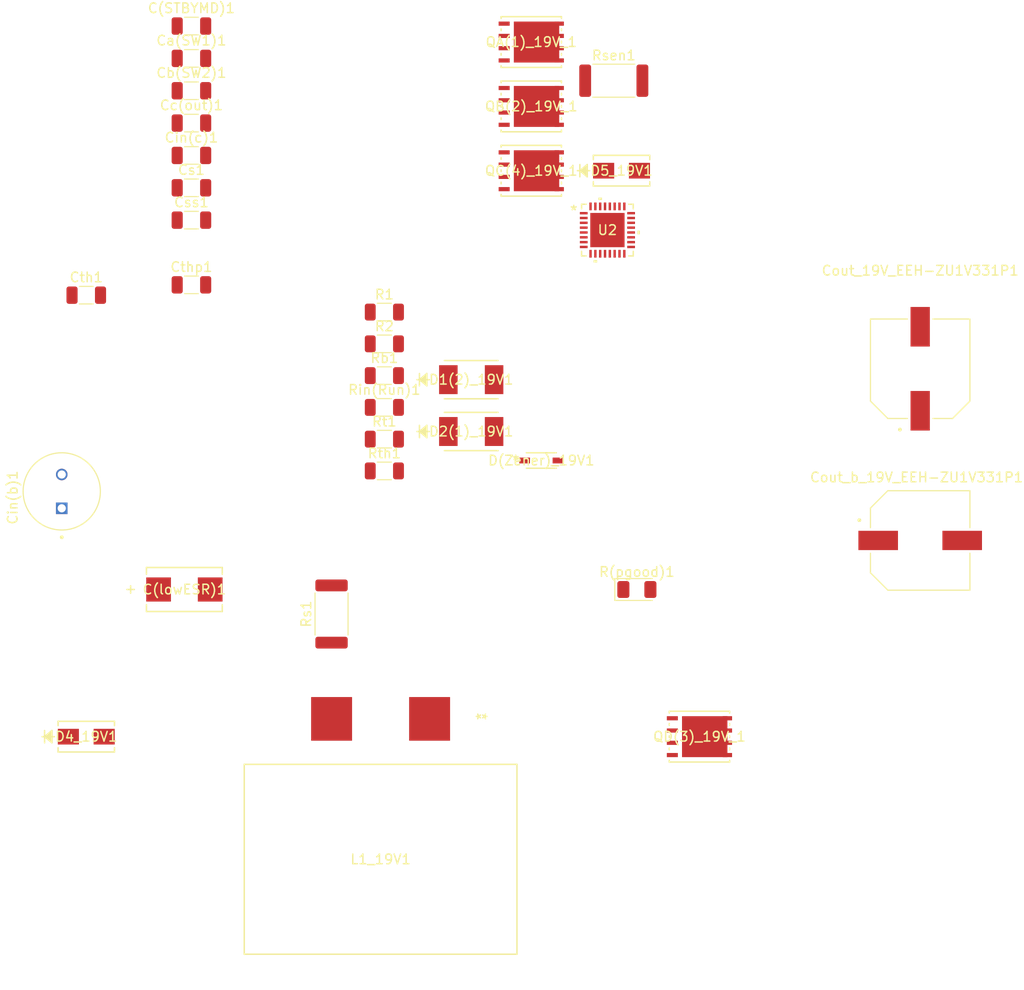
<source format=kicad_pcb>
(kicad_pcb (version 20221018) (generator pcbnew)
  (layers (0 "F.Cu" signal) (31 "B.Cu" signal) (34 "B.Paste" user) (35 "F.Paste" user) (36 "B.SilkS" user "B.Silkscreen") (37 "F.SilkS" user "F.Silkscreen") (38 "B.Mask" user) (39 "F.Mask" user) (44 "Edge.Cuts" user))
  (net 0 "")
  (net 1 "/INTVCC")
  (net 2 "GND")
  (net 3 "/STBYMD")
  (net 4 "/BOOST1")
  (net 5 "/SW1")
  (net 6 "/BOOST2")
  (net 7 "/Vout")
  (net 8 "/Vin")
  (net 9 "/SENSE-")
  (net 10 "/SENSE+")
  (net 11 "/SS")
  (net 12 "Net-(Cth1-Pad1)")
  (net 13 "/ITH")
  (net 14 "/Run")
  (net 15 "/Rsense")
  (net 16 "/TG2")
  (net 17 "/BG2")
  (net 18 "/BG1")
  (net 19 "/TG1")
  (net 20 "/PGOOD")
  (net 21 "/VOSENSE")
  (footprint "Mechatronic Footprints:CR_SMA_320-340AE_DIO" (layer "F.Cu") (at 114.3 127)
    (fp_text reference "D4_19V1" (at 0 0 unlocked) (layer "F.SilkS"))
    (fp_text value "D_Schottky_B340AE-13")
    (fp_line (start -4.318 -0.635) (end -4.318 0.635) (stroke (width 0.1524)) (layer "F.SilkS"))
    (fp_line (start -4.318 0) (end -3.556 -0.635) (stroke (width 0.1524)) (layer "F.SilkS"))
    (fp_line (start -4.318 0) (end -3.556 -0.508) (stroke (width 0.1524)) (layer "F.SilkS"))
    (fp_line (start -4.318 0) (end -3.556 -0.381) (stroke (width 0.1524)) (layer "F.SilkS"))
    (fp_line (start -4.318 0) (end -3.556 -0.254) (stroke (width 0.1524)) (layer "F.SilkS"))
    (fp_line (start -4.318 0) (end -3.556 -0.127) (stroke (width 0.1524)) (layer "F.SilkS"))
    (fp_line (start -4.318 0) (end -3.556 0.127) (stroke (width 0.1524)) (layer "F.SilkS"))
    (fp_line (start -4.318 0) (end -3.556 0.254) (stroke (width 0.1524)) (layer "F.SilkS"))
    (fp_line (start -4.318 0) (end -3.556 0.381) (stroke (width 0.1524)) (layer "F.SilkS"))
    (fp_line (start -4.318 0) (end -3.556 0.508) (stroke (width 0.1524)) (layer "F.SilkS"))
    (fp_line (start -4.318 0) (end -3.556 0.635) (stroke (width 0.1524)) (layer "F.SilkS"))
    (fp_line (start -3.556 -0.635) (end -3.556 0.635) (stroke (width 0.1524)) (layer "F.SilkS"))
    (fp_line (start -3.302 0) (end -4.572 0) (stroke (width 0.1524)) (layer "F.SilkS"))
    (fp_line (start -2.921 -1.5875) (end -2.921 -1.14554) (stroke (width 0.1524)) (layer "F.SilkS"))
    (fp_line (start -2.921 1.14554) (end -2.921 1.5875) (stroke (width 0.1524)) (layer "F.SilkS"))
    (fp_line (start -2.921 1.5875) (end 2.921 1.5875) (stroke (width 0.1524)) (layer "F.SilkS"))
    (fp_line (start 2.921 -1.5875) (end -2.921 -1.5875) (stroke (width 0.1524)) (layer "F.SilkS"))
    (fp_line (start 2.921 -1.14554) (end 2.921 -1.5875) (stroke (width 0.1524)) (layer "F.SilkS"))
    (fp_line (start 2.921 1.5875) (end 2.921 1.14554) (stroke (width 0.1524)) (layer "F.SilkS"))
    (pad "1" smd rect (at -1.8542 0 90) (size 1.6256 2.1844) (layers "F.Cu" "F.Paste" "F.Mask") (net 4 "/BOOST1"))
    (pad "2" smd rect (at 1.8542 0 90) (size 1.6256 2.1844) (layers "F.Cu" "F.Paste" "F.Mask") (net 1 "/INTVCC"))
  )
  (footprint "Resistor_SMD:R_1206_3216Metric" (layer "F.Cu") (at 145.17 89.61)
    (fp_text reference "Rb1" (at 0 -1.82) (layer "F.SilkS"))
    (fp_text value "4.3K")
    (fp_line (start -0.727064 -0.91) (end 0.727064 -0.91) (stroke (width 0.12)) (layer "F.SilkS"))
    (fp_line (start -0.727064 0.91) (end 0.727064 0.91) (stroke (width 0.12)) (layer "F.SilkS"))
    (pad "1" smd roundrect (at -1.4625 0) (size 1.125 1.75) (layers "F.Cu" "F.Paste" "F.Mask") (roundrect_rratio 0.222222) (net 21 "/VOSENSE"))
    (pad "2" smd roundrect (at 1.4625 0) (size 1.125 1.75) (layers "F.Cu" "F.Paste" "F.Mask") (roundrect_rratio 0.222222) (net 2 "GND"))
  )
  (footprint "CAP EEHZU1V331P:CAP_EEHZU1V331P" (layer "F.Cu") (at 200.66 88.9 90)
    (fp_text reference "Cout_19V_EEH-ZU1V331P1" (at 10.16 0 180) (layer "F.SilkS"))
    (fp_text value "330u")
    (fp_line (start -5.15 -3.35) (end -5.15 -1.32) (stroke (width 0.127)) (layer "F.SilkS"))
    (fp_line (start -5.15 1.32) (end -5.15 3.35) (stroke (width 0.127)) (layer "F.SilkS"))
    (fp_line (start -5.15 3.35) (end -3.35 5.15) (stroke (width 0.127)) (layer "F.SilkS"))
    (fp_line (start -3.35 -5.15) (end -5.15 -3.35) (stroke (width 0.127)) (layer "F.SilkS"))
    (fp_line (start -3.35 5.15) (end 5.15 5.15) (stroke (width 0.127)) (layer "F.SilkS"))
    (fp_line (start 5.15 -5.15) (end -3.35 -5.15) (stroke (width 0.127)) (layer "F.SilkS"))
    (fp_line (start 5.15 -1.32) (end 5.15 -5.15) (stroke (width 0.127)) (layer "F.SilkS"))
    (fp_line (start 5.15 5.15) (end 5.15 1.32) (stroke (width 0.127)) (layer "F.SilkS"))
    (fp_circle (center -6.3 -2.1) (end -6.2 -2.1) (stroke (width 0.2)) (fill none) (layer "F.SilkS"))
    (pad "1" smd rect (at -4.35 0 90) (size 4.1 2) (layers "F.Cu" "F.Paste" "F.Mask") (net 7 "/Vout"))
    (pad "2" smd rect (at 4.35 0 90) (size 4.1 2) (layers "F.Cu" "F.Paste" "F.Mask") (net 2 "GND"))
  )
  (footprint "LED_SMD:LED_1206_3216Metric" (layer "F.Cu") (at 171.32 111.76)
    (fp_text reference "R(pgood)1" (at 0 -1.82) (layer "F.SilkS"))
    (fp_text value "100k")
    (fp_line (start -2.285 -1.135) (end -2.285 1.135) (stroke (width 0.12)) (layer "F.SilkS"))
    (fp_line (start -2.285 1.135) (end 1.6 1.135) (stroke (width 0.12)) (layer "F.SilkS"))
    (fp_line (start 1.6 -1.135) (end -2.285 -1.135) (stroke (width 0.12)) (layer "F.SilkS"))
    (pad "1" smd roundrect (at -1.4 0) (size 1.25 1.75) (layers "F.Cu" "F.Paste" "F.Mask") (roundrect_rratio 0.2) (net 1 "/INTVCC"))
    (pad "2" smd roundrect (at 1.4 0) (size 1.25 1.75) (layers "F.Cu" "F.Paste" "F.Mask") (roundrect_rratio 0.2) (net 20 "/PGOOD"))
  )
  (footprint "Capacitor_SMD:C_1206_3216Metric" (layer "F.Cu") (at 114.3 81.28)
    (fp_text reference "Cth1" (at 0 -1.85) (layer "F.SilkS"))
    (fp_text value "10000p")
    (fp_line (start -0.711252 -0.91) (end 0.711252 -0.91) (stroke (width 0.12)) (layer "F.SilkS"))
    (fp_line (start -0.711252 0.91) (end 0.711252 0.91) (stroke (width 0.12)) (layer "F.SilkS"))
    (pad "1" smd roundrect (at -1.475 0) (size 1.15 1.8) (layers "F.Cu" "F.Paste" "F.Mask") (roundrect_rratio 0.217391) (net 12 "Net-(Cth1-Pad1)"))
    (pad "2" smd roundrect (at 1.475 0) (size 1.15 1.8) (layers "F.Cu" "F.Paste" "F.Mask") (roundrect_rratio 0.217391) (net 2 "GND"))
  )
  (footprint "Resistor_SMD:R_1206_3216Metric" (layer "F.Cu") (at 145.17 99.48)
    (fp_text reference "Rth1" (at 0 -1.82) (layer "F.SilkS"))
    (fp_text value "124K")
    (fp_line (start -0.727064 -0.91) (end 0.727064 -0.91) (stroke (width 0.12)) (layer "F.SilkS"))
    (fp_line (start -0.727064 0.91) (end 0.727064 0.91) (stroke (width 0.12)) (layer "F.SilkS"))
    (pad "1" smd roundrect (at -1.4625 0) (size 1.125 1.75) (layers "F.Cu" "F.Paste" "F.Mask") (roundrect_rratio 0.222222) (net 12 "Net-(Cth1-Pad1)"))
    (pad "2" smd roundrect (at 1.4625 0) (size 1.125 1.75) (layers "F.Cu" "F.Paste" "F.Mask") (roundrect_rratio 0.222222) (net 13 "/ITH"))
  )
  (footprint "Mechatronic Footprints:CR_SMA_320-340AE_DIO" (layer "F.Cu") (at 169.7332 68.3871)
    (fp_text reference "D5_19V1" (at 0 0 unlocked) (layer "F.SilkS"))
    (fp_text value "D_Schottky_B340AE-13")
    (fp_line (start -4.318 -0.635) (end -4.318 0.635) (stroke (width 0.1524)) (layer "F.SilkS"))
    (fp_line (start -4.318 0) (end -3.556 -0.635) (stroke (width 0.1524)) (layer "F.SilkS"))
    (fp_line (start -4.318 0) (end -3.556 -0.508) (stroke (width 0.1524)) (layer "F.SilkS"))
    (fp_line (start -4.318 0) (end -3.556 -0.381) (stroke (width 0.1524)) (layer "F.SilkS"))
    (fp_line (start -4.318 0) (end -3.556 -0.254) (stroke (width 0.1524)) (layer "F.SilkS"))
    (fp_line (start -4.318 0) (end -3.556 -0.127) (stroke (width 0.1524)) (layer "F.SilkS"))
    (fp_line (start -4.318 0) (end -3.556 0.127) (stroke (width 0.1524)) (layer "F.SilkS"))
    (fp_line (start -4.318 0) (end -3.556 0.254) (stroke (width 0.1524)) (layer "F.SilkS"))
    (fp_line (start -4.318 0) (end -3.556 0.381) (stroke (width 0.1524)) (layer "F.SilkS"))
    (fp_line (start -4.318 0) (end -3.556 0.508) (stroke (width 0.1524)) (layer "F.SilkS"))
    (fp_line (start -4.318 0) (end -3.556 0.635) (stroke (width 0.1524)) (layer "F.SilkS"))
    (fp_line (start -3.556 -0.635) (end -3.556 0.635) (stroke (width 0.1524)) (layer "F.SilkS"))
    (fp_line (start -3.302 0) (end -4.572 0) (stroke (width 0.1524)) (layer "F.SilkS"))
    (fp_line (start -2.921 -1.5875) (end -2.921 -1.14554) (stroke (width 0.1524)) (layer "F.SilkS"))
    (fp_line (start -2.921 1.14554) (end -2.921 1.5875) (stroke (width 0.1524)) (layer "F.SilkS"))
    (fp_line (start -2.921 1.5875) (end 2.921 1.5875) (stroke (width 0.1524)) (layer "F.SilkS"))
    (fp_line (start 2.921 -1.5875) (end -2.921 -1.5875) (stroke (width 0.1524)) (layer "F.SilkS"))
    (fp_line (start 2.921 -1.14554) (end 2.921 -1.5875) (stroke (width 0.1524)) (layer "F.SilkS"))
    (fp_line (start 2.921 1.5875) (end 2.921 1.14554) (stroke (width 0.1524)) (layer "F.SilkS"))
    (pad "1" smd rect (at -1.8542 0 90) (size 1.6256 2.1844) (layers "F.Cu" "F.Paste" "F.Mask") (net 6 "/BOOST2"))
    (pad "2" smd rect (at 1.8542 0 90) (size 1.6256 2.1844) (layers "F.Cu" "F.Paste" "F.Mask") (net 1 "/INTVCC"))
  )
  (footprint "Mechatronic Footprints:IND_410680_WRE" (layer "F.Cu") (at 144.78 139.7 -90)
    (fp_text reference "L1_19V1" (at 0 0 unlocked) (layer "F.SilkS"))
    (fp_text value "6.8u Wurth 74436410680")
    (fp_text user "*" (at -14.7955 -10.4598 -90 unlocked) (layer "F.SilkS"))
    (fp_text user "*" (at -14.7955 -10.4598 90) (layer "F.SilkS"))
    (fp_line (start -9.8298 -14.1224) (end -9.8298 14.1224) (stroke (width 0.1524)) (layer "F.SilkS"))
    (fp_line (start -9.8298 14.1224) (end 9.8298 14.1224) (stroke (width 0.1524)) (layer "F.SilkS"))
    (fp_line (start 9.8298 -14.1224) (end -9.8298 -14.1224) (stroke (width 0.1524)) (layer "F.SilkS"))
    (fp_line (start 9.8298 14.1224) (end 9.8298 -14.1224) (stroke (width 0.1524)) (layer "F.SilkS"))
    (pad "1" smd rect (at -14.5415 -5.074999 270) (size 4.5212 4.2418) (layers "F.Cu" "F.Paste" "F.Mask") (net 6 "/BOOST2"))
    (pad "2" smd rect (at -14.5415 5.074999 270) (size 4.5212 4.2418) (layers "F.Cu" "F.Paste" "F.Mask") (net 5 "/SW1"))
  )
  (footprint "Resistor_SMD:R_1206_3216Metric" (layer "F.Cu") (at 145.17 83.03)
    (fp_text reference "R1" (at 0 -1.82) (layer "F.SilkS"))
    (fp_text value "100")
    (fp_line (start -0.727064 -0.91) (end 0.727064 -0.91) (stroke (width 0.12)) (layer "F.SilkS"))
    (fp_line (start -0.727064 0.91) (end 0.727064 0.91) (stroke (width 0.12)) (layer "F.SilkS"))
    (pad "1" smd roundrect (at -1.4625 0) (size 1.125 1.75) (layers "F.Cu" "F.Paste" "F.Mask") (roundrect_rratio 0.222222) (net 15 "/Rsense"))
    (pad "2" smd roundrect (at 1.4625 0) (size 1.125 1.75) (layers "F.Cu" "F.Paste" "F.Mask") (roundrect_rratio 0.222222) (net 10 "/SENSE+"))
  )
  (footprint "Mechatronic Footprints:PG-TDSON-8_INF_modified_ken" (layer "F.Cu") (at 160.3834 68.3955)
    (fp_text reference "QC(4)_19V_1" (at 0 0 unlocked) (layer "F.SilkS"))
    (fp_text value "BSC009NE2LS5IATMA1")
    (fp_line (start -3.1242 -2.6289) (end -3.1242 -2.45364) (stroke (width 0.1524)) (layer "F.SilkS"))
    (fp_line (start -3.1242 -1.35636) (end -3.1242 -1.18364) (stroke (width 0.1524)) (layer "F.SilkS"))
    (fp_line (start -3.1242 -0.08636) (end -3.1242 0.08636) (stroke (width 0.1524)) (layer "F.SilkS"))
    (fp_line (start -3.1242 1.18364) (end -3.1242 1.35636) (stroke (width 0.1524)) (layer "F.SilkS"))
    (fp_line (start -3.1242 2.45364) (end -3.1242 2.6289) (stroke (width 0.1524)) (layer "F.SilkS"))
    (fp_line (start -3.1242 2.6289) (end 3.1242 2.6289) (stroke (width 0.1524)) (layer "F.SilkS"))
    (fp_line (start 3.1242 -2.6289) (end -3.1242 -2.6289) (stroke (width 0.1524)) (layer "F.SilkS"))
    (fp_line (start 3.1242 -2.45364) (end 3.1242 -2.6289) (stroke (width 0.1524)) (layer "F.SilkS"))
    (fp_line (start 3.1242 -1.18364) (end 3.1242 -1.35636) (stroke (width 0.1524)) (layer "F.SilkS"))
    (fp_line (start 3.1242 0.08636) (end 3.1242 -0.08636) (stroke (width 0.1524)) (layer "F.SilkS"))
    (fp_line (start 3.1242 1.35636) (end 3.1242 1.18364) (stroke (width 0.1524)) (layer "F.SilkS"))
    (fp_line (start 3.1242 2.6289) (end 3.1242 2.45364) (stroke (width 0.1524)) (layer "F.SilkS"))
    (pad "1" smd rect (at -2.8067 -1.905) (size 1.143 0.4318) (layers "F.Cu" "F.Paste" "F.Mask") (net 15 "/Rsense"))
    (pad "2" smd rect (at -2.8067 -0.635) (size 1.143 0.4318) (layers "F.Cu" "F.Paste" "F.Mask") (net 15 "/Rsense"))
    (pad "3" smd rect (at -2.8067 0.635) (size 1.143 0.4318) (layers "F.Cu" "F.Paste" "F.Mask") (net 15 "/Rsense"))
    (pad "4" smd rect (at -2.8067 1.905) (size 1.143 0.4318) (layers "F.Cu" "F.Paste" "F.Mask") (net 18 "/BG1"))
    (pad "5" smd rect (at 2.8956 1.905) (size 0.9652 0.4318) (layers "F.Cu" "F.Paste" "F.Mask") (net 5 "/SW1"))
    (pad "6" smd rect (at 2.8956 0.635) (size 0.9652 0.4318) (layers "F.Cu" "F.Paste" "F.Mask") (net 5 "/SW1"))
    (pad "7" smd rect (at 2.8956 -0.635) (size 0.9652 0.4318) (layers "F.Cu" "F.Paste" "F.Mask") (net 5 "/SW1"))
    (pad "8" smd rect (at 0.5453 0) (size 4.7006 4.2418) (layers "F.Cu" "F.Paste" "F.Mask") (net 5 "/SW1"))
    (pad "8" smd rect (at 2.8956 -1.905) (size 0.9652 0.4318) (layers "F.Cu" "F.Paste" "F.Mask") (net 5 "/SW1"))
  )
  (footprint "Capacitor_SMD:C_1206_3216Metric" (layer "F.Cu") (at 125.19 56.76)
    (fp_text reference "Ca(SW1)1" (at 0 -1.85) (layer "F.SilkS"))
    (fp_text value "0.22u")
    (fp_line (start -0.711252 -0.91) (end 0.711252 -0.91) (stroke (width 0.12)) (layer "F.SilkS"))
    (fp_line (start -0.711252 0.91) (end 0.711252 0.91) (stroke (width 0.12)) (layer "F.SilkS"))
    (pad "1" smd roundrect (at -1.475 0) (size 1.15 1.8) (layers "F.Cu" "F.Paste" "F.Mask") (roundrect_rratio 0.217391) (net 4 "/BOOST1"))
    (pad "2" smd roundrect (at 1.475 0) (size 1.15 1.8) (layers "F.Cu" "F.Paste" "F.Mask") (roundrect_rratio 0.217391) (net 5 "/SW1"))
  )
  (footprint "Mechatronic Footprints:PG-TDSON-8_INF_modified_ken" (layer "F.Cu") (at 160.3834 55.0671)
    (fp_text reference "QA(1)_19V_1" (at 0 0 unlocked) (layer "F.SilkS"))
    (fp_text value "BSC009NE2LS5IATMA1")
    (fp_line (start -3.1242 -2.6289) (end -3.1242 -2.45364) (stroke (width 0.1524)) (layer "F.SilkS"))
    (fp_line (start -3.1242 -1.35636) (end -3.1242 -1.18364) (stroke (width 0.1524)) (layer "F.SilkS"))
    (fp_line (start -3.1242 -0.08636) (end -3.1242 0.08636) (stroke (width 0.1524)) (layer "F.SilkS"))
    (fp_line (start -3.1242 1.18364) (end -3.1242 1.35636) (stroke (width 0.1524)) (layer "F.SilkS"))
    (fp_line (start -3.1242 2.45364) (end -3.1242 2.6289) (stroke (width 0.1524)) (layer "F.SilkS"))
    (fp_line (start -3.1242 2.6289) (end 3.1242 2.6289) (stroke (width 0.1524)) (layer "F.SilkS"))
    (fp_line (start 3.1242 -2.6289) (end -3.1242 -2.6289) (stroke (width 0.1524)) (layer "F.SilkS"))
    (fp_line (start 3.1242 -2.45364) (end 3.1242 -2.6289) (stroke (width 0.1524)) (layer "F.SilkS"))
    (fp_line (start 3.1242 -1.18364) (end 3.1242 -1.35636) (stroke (width 0.1524)) (layer "F.SilkS"))
    (fp_line (start 3.1242 0.08636) (end 3.1242 -0.08636) (stroke (width 0.1524)) (layer "F.SilkS"))
    (fp_line (start 3.1242 1.35636) (end 3.1242 1.18364) (stroke (width 0.1524)) (layer "F.SilkS"))
    (fp_line (start 3.1242 2.6289) (end 3.1242 2.45364) (stroke (width 0.1524)) (layer "F.SilkS"))
    (pad "1" smd rect (at -2.8067 -1.905) (size 1.143 0.4318) (layers "F.Cu" "F.Paste" "F.Mask") (net 6 "/BOOST2"))
    (pad "2" smd rect (at -2.8067 -0.635) (size 1.143 0.4318) (layers "F.Cu" "F.Paste" "F.Mask") (net 6 "/BOOST2"))
    (pad "3" smd rect (at -2.8067 0.635) (size 1.143 0.4318) (layers "F.Cu" "F.Paste" "F.Mask") (net 6 "/BOOST2"))
    (pad "4" smd rect (at -2.8067 1.905) (size 1.143 0.4318) (layers "F.Cu" "F.Paste" "F.Mask") (net 16 "/TG2"))
    (pad "5" smd rect (at 2.8956 1.905) (size 0.9652 0.4318) (layers "F.Cu" "F.Paste" "F.Mask") (net 8 "/Vin"))
    (pad "6" smd rect (at 2.8956 0.635) (size 0.9652 0.4318) (layers "F.Cu" "F.Paste" "F.Mask") (net 8 "/Vin"))
    (pad "7" smd rect (at 2.8956 -0.635) (size 0.9652 0.4318) (layers "F.Cu" "F.Paste" "F.Mask") (net 8 "/Vin"))
    (pad "8" smd rect (at 0.5453 0) (size 4.7006 4.2418) (layers "F.Cu" "F.Paste" "F.Mask") (net 8 "/Vin"))
    (pad "8" smd rect (at 2.8956 -1.905) (size 0.9652 0.4318) (layers "F.Cu" "F.Paste" "F.Mask") (net 8 "/Vin"))
  )
  (footprint "Capacitor_SMD:C_1206_3216Metric" (layer "F.Cu") (at 125.19 80.21)
    (fp_text reference "Cthp1" (at 0 -1.85) (layer "F.SilkS"))
    (fp_text value "47p")
    (fp_line (start -0.711252 -0.91) (end 0.711252 -0.91) (stroke (width 0.12)) (layer "F.SilkS"))
    (fp_line (start -0.711252 0.91) (end 0.711252 0.91) (stroke (width 0.12)) (layer "F.SilkS"))
    (pad "1" smd roundrect (at -1.475 0) (size 1.15 1.8) (layers "F.Cu" "F.Paste" "F.Mask") (roundrect_rratio 0.217391) (net 13 "/ITH"))
    (pad "2" smd roundrect (at 1.475 0) (size 1.15 1.8) (layers "F.Cu" "F.Paste" "F.Mask") (roundrect_rratio 0.217391) (net 2 "GND"))
  )
  (footprint "footprints:SD2114_AVX" (layer "F.Cu") (at 154.1646 90.0294)
    (fp_text reference "D1(2)_19V1" (at 0 0 unlocked) (layer "F.SilkS"))
    (fp_text value "SD2114S040S8R0")
    (fp_line (start -5.3594 -0.635) (end -5.3594 0.635) (stroke (width 0.1524)) (layer "F.SilkS"))
    (fp_line (start -5.3594 0) (end -4.5974 -0.635) (stroke (width 0.1524)) (layer "F.SilkS"))
    (fp_line (start -5.3594 0) (end -4.5974 -0.508) (stroke (width 0.1524)) (layer "F.SilkS"))
    (fp_line (start -5.3594 0) (end -4.5974 -0.381) (stroke (width 0.1524)) (layer "F.SilkS"))
    (fp_line (start -5.3594 0) (end -4.5974 -0.254) (stroke (width 0.1524)) (layer "F.SilkS"))
    (fp_line (start -5.3594 0) (end -4.5974 -0.127) (stroke (width 0.1524)) (layer "F.SilkS"))
    (fp_line (start -5.3594 0) (end -4.5974 0.127) (stroke (width 0.1524)) (layer "F.SilkS"))
    (fp_line (start -5.3594 0) (end -4.5974 0.254) (stroke (width 0.1524)) (layer "F.SilkS"))
    (fp_line (start -5.3594 0) (end -4.5974 0.381) (stroke (width 0.1524)) (layer "F.SilkS"))
    (fp_line (start -5.3594 0) (end -4.5974 0.508) (stroke (width 0.1524)) (layer "F.SilkS"))
    (fp_line (start -5.3594 0) (end -4.5974 0.635) (stroke (width 0.1524)) (layer "F.SilkS"))
    (fp_line (start -4.5974 -0.635) (end -4.5974 0.635) (stroke (width 0.1524)) (layer "F.SilkS"))
    (fp_line (start -4.3434 0) (end -5.6134 0) (stroke (width 0.1524)) (layer "F.SilkS"))
    (fp_line (start -2.7813 1.9812) (end 2.7813 1.9812) (stroke (width 0.1524)) (layer "F.SilkS"))
    (fp_line (start 2.7813 -1.9812) (end -2.7813 -1.9812) (stroke (width 0.1524)) (layer "F.SilkS"))
    (pad "1" smd rect (at -2.36855 0) (size 1.9177 2.9972) (layers "F.Cu" "F.Paste" "F.Mask") (net 6 "/BOOST2"))
    (pad "2" smd rect (at 2.36855 0) (size 1.9177 2.9972) (layers "F.Cu" "F.Paste" "F.Mask") (net 15 "/Rsense"))
  )
  (footprint "Resistor_SMD:R_2512_6332Metric" (layer "F.Cu") (at 168.93 59.07)
    (fp_text reference "Rsen1" (at 0 -2.62) (layer "F.SilkS"))
    (fp_text value "6m")
    (fp_line (start -2.177064 -1.71) (end 2.177064 -1.71) (stroke (width 0.12)) (layer "F.SilkS"))
    (fp_line (start -2.177064 1.71) (end 2.177064 1.71) (stroke (width 0.12)) (layer "F.SilkS"))
    (pad "1" smd roundrect (at -2.9625 0) (size 1.225 3.35) (layers "F.Cu" "F.Paste" "F.Mask") (roundrect_rratio 0.204082) (net 15 "/Rsense"))
    (pad "2" smd roundrect (at 2.9625 0) (size 1.225 3.35) (layers "F.Cu" "F.Paste" "F.Mask") (roundrect_rratio 0.204082) (net 2 "GND"))
  )
  (footprint "Resistor_SMD:R_1206_3216Metric" (layer "F.Cu") (at 145.17 92.9)
    (fp_text reference "Rin(Run)1" (at 0 -1.82) (layer "F.SilkS"))
    (fp_text value "51K")
    (fp_line (start -0.727064 -0.91) (end 0.727064 -0.91) (stroke (width 0.12)) (layer "F.SilkS"))
    (fp_line (start -0.727064 0.91) (end 0.727064 0.91) (stroke (width 0.12)) (layer "F.SilkS"))
    (pad "1" smd roundrect (at -1.4625 0) (size 1.125 1.75) (layers "F.Cu" "F.Paste" "F.Mask") (roundrect_rratio 0.222222) (net 8 "/Vin"))
    (pad "2" smd roundrect (at 1.4625 0) (size 1.125 1.75) (layers "F.Cu" "F.Paste" "F.Mask") (roundrect_rratio 0.222222) (net 14 "/Run"))
  )
  (footprint "Resistor_SMD:R_2512_6332Metric" (layer "F.Cu") (at 139.7 114.3 90)
    (fp_text reference "Rs1" (at 0 -2.62 90) (layer "F.SilkS"))
    (fp_text value "6m")
    (fp_line (start -2.177064 -1.71) (end 2.177064 -1.71) (stroke (width 0.12)) (layer "F.SilkS"))
    (fp_line (start -2.177064 1.71) (end 2.177064 1.71) (stroke (width 0.12)) (layer "F.SilkS"))
    (pad "1" smd roundrect (at -2.9625 0 90) (size 1.225 3.35) (layers "F.Cu" "F.Paste" "F.Mask") (roundrect_rratio 0.204082) (net 15 "/Rsense"))
    (pad "2" smd roundrect (at 2.9625 0 90) (size 1.225 3.35) (layers "F.Cu" "F.Paste" "F.Mask") (roundrect_rratio 0.204082) (net 2 "GND"))
  )
  (footprint "CAPMP7.6X4.3_3.1N_KEM:CAPMP7.6X4.3_3.1N_KEM" (layer "F.Cu") (at 124.46 111.76)
    (fp_text reference "C(lowESR)1" (at 0 0 unlocked) (layer "F.SilkS"))
    (fp_text value "4.7u")
    (fp_line (start -5.569991 -0.381) (end -5.569991 0.381) (stroke (width 0.1524)) (layer "F.SilkS"))
    (fp_line (start -5.188991 0) (end -5.950991 0) (stroke (width 0.1524)) (layer "F.SilkS"))
    (fp_line (start -3.926992 -2.276996) (end -3.926992 -1.582738) (stroke (width 0.1524)) (layer "F.SilkS"))
    (fp_line (start -3.926992 1.582738) (end -3.926992 2.276996) (stroke (width 0.1524)) (layer "F.SilkS"))
    (fp_line (start -3.926992 2.276996) (end 3.926992 2.276996) (stroke (width 0.1524)) (layer "F.SilkS"))
    (fp_line (start 3.926992 -2.276996) (end -3.926992 -2.276996) (stroke (width 0.1524)) (layer "F.SilkS"))
    (fp_line (start 3.926992 -1.582738) (end 3.926992 -2.276996) (stroke (width 0.1524)) (layer "F.SilkS"))
    (fp_line (start 3.926992 2.276996) (end 3.926992 1.582738) (stroke (width 0.1524)) (layer "F.SilkS"))
    (pad "1" smd rect (at -2.672194 0 90) (size 2.499995 2.560396) (layers "F.Cu" "F.Paste" "F.Mask") (net 1 "/INTVCC"))
    (pad "2" smd rect (at 2.672194 0 90) (size 2.499995 2.560396) (layers "F.Cu" "F.Paste" "F.Mask") (net 2 "GND"))
  )
  (footprint "footprints:SD2114_AVX" (layer "F.Cu") (at 154.1646 95.3982)
    (fp_text reference "D2(1)_19V1" (at 0 0 unlocked) (layer "F.SilkS"))
    (fp_text value "SD2114S040S8R0")
    (fp_line (start -5.3594 -0.635) (end -5.3594 0.635) (stroke (width 0.1524)) (layer "F.SilkS"))
    (fp_line (start -5.3594 0) (end -4.5974 -0.635) (stroke (width 0.1524)) (layer "F.SilkS"))
    (fp_line (start -5.3594 0) (end -4.5974 -0.508) (stroke (width 0.1524)) (layer "F.SilkS"))
    (fp_line (start -5.3594 0) (end -4.5974 -0.381) (stroke (width 0.1524)) (layer "F.SilkS"))
    (fp_line (start -5.3594 0) (end -4.5974 -0.254) (stroke (width 0.1524)) (layer "F.SilkS"))
    (fp_line (start -5.3594 0) (end -4.5974 -0.127) (stroke (width 0.1524)) (layer "F.SilkS"))
    (fp_line (start -5.3594 0) (end -4.5974 0.127) (stroke (width 0.1524)) (layer "F.SilkS"))
    (fp_line (start -5.3594 0) (end -4.5974 0.254) (stroke (width 0.1524)) (layer "F.SilkS"))
    (fp_line (start -5.3594 0) (end -4.5974 0.381) (stroke (width 0.1524)) (layer "F.SilkS"))
    (fp_line (start -5.3594 0) (end -4.5974 0.508) (stroke (width 0.1524)) (layer "F.SilkS"))
    (fp_line (start -5.3594 0) (end -4.5974 0.635) (stroke (width 0.1524)) (layer "F.SilkS"))
    (fp_line (start -4.5974 -0.635) (end -4.5974 0.635) (stroke (width 0.1524)) (layer "F.SilkS"))
    (fp_line (start -4.3434 0) (end -5.6134 0) (stroke (width 0.1524)) (layer "F.SilkS"))
    (fp_line (start -2.7813 1.9812) (end 2.7813 1.9812) (stroke (width 0.1524)) (layer "F.SilkS"))
    (fp_line (start 2.7813 -1.9812) (end -2.7813 -1.9812) (stroke (width 0.1524)) (layer "F.SilkS"))
    (pad "1" smd rect (at -2.36855 0) (size 1.9177 2.9972) (layers "F.Cu" "F.Paste" "F.Mask") (net 7 "/Vout"))
    (pad "2" smd rect (at 2.36855 0) (size 1.9177 2.9972) (layers "F.Cu" "F.Paste" "F.Mask") (net 5 "/SW1"))
  )
  (footprint "Mechatronic Footprints:QFN-32_UH_LIT" (layer "F.Cu") (at 168.27 74.5378)
    (fp_text reference "U2" (at 0 0 unlocked) (layer "F.SilkS"))
    (fp_text value "LTC3780EUH-TRPBF")
    (fp_text user "*" (at -3.489801 -2) (layer "F.SilkS"))
    (fp_text user "*" (at -3.489801 -2 unlocked) (layer "F.SilkS"))
    (fp_line (start -2.677 -2.677) (end -2.677 -2.207339) (stroke (width 0.1524)) (layer "F.SilkS"))
    (fp_line (start -2.677 2.207339) (end -2.677 2.677) (stroke (width 0.1524)) (layer "F.SilkS"))
    (fp_line (start -2.677 2.677) (end -2.207339 2.677) (stroke (width 0.1524)) (layer "F.SilkS"))
    (fp_line (start -2.207339 -2.677) (end -2.677 -2.677) (stroke (width 0.1524)) (layer "F.SilkS"))
    (fp_line (start 2.207339 2.677) (end 2.677 2.677) (stroke (width 0.1524)) (layer "F.SilkS"))
    (fp_line (start 2.677 -2.677) (end 2.207339 -2.677) (stroke (width 0.1524)) (layer "F.SilkS"))
    (fp_line (start 2.677 -2.207339) (end 2.677 -2.677) (stroke (width 0.1524)) (layer "F.SilkS"))
    (fp_line (start 2.677 2.677) (end 2.677 2.207339) (stroke (width 0.1524)) (layer "F.SilkS"))
    (fp_poly (pts (xy -1.4405 3.1088) (xy -1.4405 3.3628) (xy -1.0595 3.3628) (xy -1.0595 3.1088)) (fill solid) (layer "F.SilkS"))
    (fp_poly (pts (xy -0.940501 -3.1088) (xy -0.940501 -3.3628) (xy -0.559501 -3.3628) (xy -0.559501 -3.1088)) (fill solid) (layer "F.SilkS"))
    (fp_poly (pts (xy 3.3628 0.059499) (xy 3.3628 0.4405) (xy 3.1088 0.4405) (xy 3.1088 0.059499)) (fill solid) (layer "F.SilkS"))
    (pad "1" smd rect (at -2.4524 -1.749999 90) (size 0.2492 0.8048) (layers "F.Cu" "F.Paste" "F.Mask") (net 10 "/SENSE+"))
    (pad "2" smd rect (at -2.4524 -1.25 90) (size 0.2492 0.8048) (layers "F.Cu" "F.Paste" "F.Mask") (net 9 "/SENSE-"))
    (pad "3" smd rect (at -2.4524 -0.750001 90) (size 0.2492 0.8048) (layers "F.Cu" "F.Paste" "F.Mask") (net 13 "/ITH"))
    (pad "4" smd rect (at -2.4524 -0.25 90) (size 0.2492 0.8048) (layers "F.Cu" "F.Paste" "F.Mask") (net 21 "/VOSENSE"))
    (pad "5" smd rect (at -2.4524 0.25 90) (size 0.2492 0.8048) (layers "F.Cu" "F.Paste" "F.Mask") (net 2 "GND"))
    (pad "6" smd rect (at -2.4524 0.750001 90) (size 0.2492 0.8048) (layers "F.Cu" "F.Paste" "F.Mask") (net 14 "/Run"))
    (pad "7" smd rect (at -2.4524 1.25 90) (size 0.2492 0.8048) (layers "F.Cu" "F.Paste" "F.Mask") (net 2 "GND"))
    (pad "8" smd rect (at -2.4524 1.749999 90) (size 0.2492 0.8048) (layers "F.Cu" "F.Paste" "F.Mask") (net 2 "GND"))
    (pad "9" smd rect (at -1.749999 2.4524) (size 0.2492 0.8048) (layers "F.Cu" "F.Paste" "F.Mask"))
    (pad "10" smd rect (at -1.25 2.4524) (size 0.2492 0.8048) (layers "F.Cu" "F.Paste" "F.Mask"))
    (pad "11" smd rect (at -0.750001 2.4524) (size 0.2492 0.8048) (layers "F.Cu" "F.Paste" "F.Mask") (net 3 "/STBYMD"))
    (pad "12" smd rect (at -0.25 2.4524) (size 0.2492 0.8048) (layers "F.Cu" "F.Paste" "F.Mask"))
    (pad "13" smd rect (at 0.25 2.4524) (size 0.2492 0.8048) (layers "F.Cu" "F.Paste" "F.Mask"))
    (pad "14" smd rect (at 0.750001 2.4524) (size 0.2492 0.8048) (layers "F.Cu" "F.Paste" "F.Mask") (net 6 "/BOOST2"))
    (pad "15" smd rect (at 1.25 2.4524) (size 0.2492 0.8048) (layers "F.Cu" "F.Paste" "F.Mask") (net 16 "/TG2"))
    (pad "16" smd rect (at 1.749999 2.4524) (size 0.2492 0.8048) (layers "F.Cu" "F.Paste" "F.Mask"))
    (pad "17" smd rect (at 2.4524 1.749999 90) (size 0.2492 0.8048) (layers "F.Cu" "F.Paste" "F.Mask") (net 6 "/BOOST2"))
    (pad "18" smd rect (at 2.4524 1.25 90) (size 0.2492 0.8048) (layers "F.Cu" "F.Paste" "F.Mask") (net 17 "/BG2"))
    (pad "19" smd rect (at 2.4524 0.750001 90) (size 0.2492 0.8048) (layers "F.Cu" "F.Paste" "F.Mask") (net 2 "GND"))
    (pad "20" smd rect (at 2.4524 0.25 90) (size 0.2492 0.8048) (layers "F.Cu" "F.Paste" "F.Mask") (net 18 "/BG1"))
    (pad "21" smd rect (at 2.4524 -0.25 90) (size 0.2492 0.8048) (layers "F.Cu" "F.Paste" "F.Mask") (net 1 "/INTVCC"))
    (pad "22" smd rect (at 2.4524 -0.750001 90) (size 0.2492 0.8048) (layers "F.Cu" "F.Paste" "F.Mask") (net 2 "GND"))
    (pad "23" smd rect (at 2.4524 -1.25 90) (size 0.2492 0.8048) (layers "F.Cu" "F.Paste" "F.Mask") (net 8 "/Vin"))
    (pad "24" smd rect (at 2.4524 -1.749999 90) (size 0.2492 0.8048) (layers "F.Cu" "F.Paste" "F.Mask") (net 5 "/SW1"))
    (pad "25" smd rect (at 1.749999 -2.4524) (size 0.2492 0.8048) (layers "F.Cu" "F.Paste" "F.Mask"))
    (pad "26" smd rect (at 1.25 -2.4524) (size 0.2492 0.8048) (layers "F.Cu" "F.Paste" "F.Mask") (net 19 "/TG1"))
    (pad "27" smd rect (at 0.750001 -2.4524) (size 0.2492 0.8048) (layers "F.Cu" "F.Paste" "F.Mask") (net 4 "/BOOST1"))
    (pad "28" smd rect (at 0.25 -2.4524) (size 0.2492 0.8048) (layers "F.Cu" "F.Paste" "F.Mask"))
    (pad "29" smd rect (at -0.25 -2.4524) (size 0.2492 0.8048) (layers "F.Cu" "F.Paste" "F.Mask"))
    (pad "30" smd rect (at -0.750001 -2.4524) (size 0.2492 0.8048) (layers "F.Cu" "F.Paste" "F.Mask") (net 20 "/PGOOD"))
    (pad "31" smd rect (at -1.25 -2.4524) (size 0.2492 0.8048) (layers "F.Cu" "F.Paste" "F.Mask") (net 11 "/SS"))
    (pad "32" smd rect (at -1.749999 -2.4524) (size 0.2492 0.8048) (layers "F.Cu" "F.Paste" "F.Mask"))
    (pad "33" smd rect (at 0 0) (size 3.55 3.55) (layers "F.Cu" "F.Mask"))
  )
  (footprint "Mechatronic Footprints:LargeCAPSCAPPRD350W60D800H1200" (layer "F.Cu") (at 111.76 101.6 90)
    (fp_text reference "Cin(b)1" (at -0.635 -5.085 90) (layer "F.SilkS"))
    (fp_text value "270u")
    (fp_circle (center -4.75 0) (end -4.65 0) (stroke (width 0.2)) (fill none) (layer "F.SilkS"))
    (fp_circle (center 0 0) (end 4 0) (stroke (width 0.127)) (fill none) (layer "F.SilkS"))
    (pad "1" thru_hole rect (at -1.75 0 90) (size 1.2 1.2) (drill 0.85) (layers "*.Cu" "*.Mask") (net 8 "/Vin"))
    (pad "2" thru_hole circle (at 1.75 0 90) (size 1.2 1.2) (drill 0.85) (layers "*.Cu" "*.Mask") (net 2 "GND"))
  )
  (footprint "Resistor_SMD:R_1206_3216Metric" (layer "F.Cu") (at 145.17 96.19)
    (fp_text reference "Rt1" (at 0 -1.82) (layer "F.SilkS"))
    (fp_text value "100K")
    (fp_line (start -0.727064 -0.91) (end 0.727064 -0.91) (stroke (width 0.12)) (layer "F.SilkS"))
    (fp_line (start -0.727064 0.91) (end 0.727064 0.91) (stroke (width 0.12)) (layer "F.SilkS"))
    (pad "1" smd roundrect (at -1.4625 0) (size 1.125 1.75) (layers "F.Cu" "F.Paste" "F.Mask") (roundrect_rratio 0.222222) (net 7 "/Vout"))
    (pad "2" smd roundrect (at 1.4625 0) (size 1.125 1.75) (layers "F.Cu" "F.Paste" "F.Mask") (roundrect_rratio 0.222222) (net 21 "/VOSENSE"))
  )
  (footprint "CAP EEHZU1V331P:CAP_EEHZU1V331P" (layer "F.Cu") (at 200.66 106.68)
    (fp_text reference "Cout_b_19V_EEH-ZU1V331P1" (at -0.375 -6.535) (layer "F.SilkS"))
    (fp_text value "330u")
    (fp_line (start -5.15 -3.35) (end -5.15 -1.32) (stroke (width 0.127)) (layer "F.SilkS"))
    (fp_line (start -5.15 1.32) (end -5.15 3.35) (stroke (width 0.127)) (layer "F.SilkS"))
    (fp_line (start -5.15 3.35) (end -3.35 5.15) (stroke (width 0.127)) (layer "F.SilkS"))
    (fp_line (start -3.35 -5.15) (end -5.15 -3.35) (stroke (width 0.127)) (layer "F.SilkS"))
    (fp_line (start -3.35 5.15) (end 5.15 5.15) (stroke (width 0.127)) (layer "F.SilkS"))
    (fp_line (start 5.15 -5.15) (end -3.35 -5.15) (stroke (width 0.127)) (layer "F.SilkS"))
    (fp_line (start 5.15 -1.32) (end 5.15 -5.15) (stroke (width 0.127)) (layer "F.SilkS"))
    (fp_line (start 5.15 5.15) (end 5.15 1.32) (stroke (width 0.127)) (layer "F.SilkS"))
    (fp_circle (center -6.3 -2.1) (end -6.2 -2.1) (stroke (width 0.2)) (fill none) (layer "F.SilkS"))
    (pad "1" smd rect (at -4.35 0) (size 4.1 2) (layers "F.Cu" "F.Paste" "F.Mask") (net 7 "/Vout"))
    (pad "2" smd rect (at 4.35 0) (size 4.1 2) (layers "F.Cu" "F.Paste" "F.Mask") (net 2 "GND"))
  )
  (footprint "Capacitor_SMD:C_1206_3216Metric" (layer "F.Cu") (at 125.19 73.51)
    (fp_text reference "Css1" (at 0 -1.85) (layer "F.SilkS"))
    (fp_text value "0.001u")
    (fp_line (start -0.711252 -0.91) (end 0.711252 -0.91) (stroke (width 0.12)) (layer "F.SilkS"))
    (fp_line (start -0.711252 0.91) (end 0.711252 0.91) (stroke (width 0.12)) (layer "F.SilkS"))
    (pad "1" smd roundrect (at -1.475 0) (size 1.15 1.8) (layers "F.Cu" "F.Paste" "F.Mask") (roundrect_rratio 0.217391) (net 2 "GND"))
    (pad "2" smd roundrect (at 1.475 0) (size 1.15 1.8) (layers "F.Cu" "F.Paste" "F.Mask") (roundrect_rratio 0.217391) (net 11 "/SS"))
  )
  (footprint "Mechatronic Footprints:PG-TDSON-8_INF_modified_ken" (layer "F.Cu") (at 160.3834 61.7313)
    (fp_text reference "QB(2)_19V_1" (at 0 0 unlocked) (layer "F.SilkS"))
    (fp_text value "BSC009NE2LS5IATMA1")
    (fp_line (start -3.1242 -2.6289) (end -3.1242 -2.45364) (stroke (width 0.1524)) (layer "F.SilkS"))
    (fp_line (start -3.1242 -1.35636) (end -3.1242 -1.18364) (stroke (width 0.1524)) (layer "F.SilkS"))
    (fp_line (start -3.1242 -0.08636) (end -3.1242 0.08636) (stroke (width 0.1524)) (layer "F.SilkS"))
    (fp_line (start -3.1242 1.18364) (end -3.1242 1.35636) (stroke (width 0.1524)) (layer "F.SilkS"))
    (fp_line (start -3.1242 2.45364) (end -3.1242 2.6289) (stroke (width 0.1524)) (layer "F.SilkS"))
    (fp_line (start -3.1242 2.6289) (end 3.1242 2.6289) (stroke (width 0.1524)) (layer "F.SilkS"))
    (fp_line (start 3.1242 -2.6289) (end -3.1242 -2.6289) (stroke (width 0.1524)) (layer "F.SilkS"))
    (fp_line (start 3.1242 -2.45364) (end 3.1242 -2.6289) (stroke (width 0.1524)) (layer "F.SilkS"))
    (fp_line (start 3.1242 -1.18364) (end 3.1242 -1.35636) (stroke (width 0.1524)) (layer "F.SilkS"))
    (fp_line (start 3.1242 0.08636) (end 3.1242 -0.08636) (stroke (width 0.1524)) (layer "F.SilkS"))
    (fp_line (start 3.1242 1.35636) (end 3.1242 1.18364) (stroke (width 0.1524)) (layer "F.SilkS"))
    (fp_line (start 3.1242 2.6289) (end 3.1242 2.45364) (stroke (width 0.1524)) (layer "F.SilkS"))
    (pad "1" smd rect (at -2.8067 -1.905) (size 1.143 0.4318) (layers "F.Cu" "F.Paste" "F.Mask") (net 15 "/Rsense"))
    (pad "2" smd rect (at -2.8067 -0.635) (size 1.143 0.4318) (layers "F.Cu" "F.Paste" "F.Mask") (net 15 "/Rsense"))
    (pad "3" smd rect (at -2.8067 0.635) (size 1.143 0.4318) (layers "F.Cu" "F.Paste" "F.Mask") (net 15 "/Rsense"))
    (pad "4" smd rect (at -2.8067 1.905) (size 1.143 0.4318) (layers "F.Cu" "F.Paste" "F.Mask") (net 17 "/BG2"))
    (pad "5" smd rect (at 2.8956 1.905) (size 0.9652 0.4318) (layers "F.Cu" "F.Paste" "F.Mask") (net 6 "/BOOST2"))
    (pad "6" smd rect (at 2.8956 0.635) (size 0.9652 0.4318) (layers "F.Cu" "F.Paste" "F.Mask") (net 6 "/BOOST2"))
    (pad "7" smd rect (at 2.8956 -0.635) (size 0.9652 0.4318) (layers "F.Cu" "F.Paste" "F.Mask") (net 6 "/BOOST2"))
    (pad "8" smd rect (at 0.5453 0) (size 4.7006 4.2418) (layers "F.Cu" "F.Paste" "F.Mask") (net 6 "/BOOST2"))
    (pad "8" smd rect (at 2.8956 -1.905) (size 0.9652 0.4318) (layers "F.Cu" "F.Paste" "F.Mask") (net 6 "/BOOST2"))
  )
  (footprint "Capacitor_SMD:C_1206_3216Metric" (layer "F.Cu") (at 125.19 70.16)
    (fp_text reference "Cs1" (at 0 -1.85) (layer "F.SilkS"))
    (fp_text value "100p")
    (fp_line (start -0.711252 -0.91) (end 0.711252 -0.91) (stroke (width 0.12)) (layer "F.SilkS"))
    (fp_line (start -0.711252 0.91) (end 0.711252 0.91) (stroke (width 0.12)) (layer "F.SilkS"))
    (pad "1" smd roundrect (at -1.475 0) (size 1.15 1.8) (layers "F.Cu" "F.Paste" "F.Mask") (roundrect_rratio 0.217391) (net 9 "/SENSE-"))
    (pad "2" smd roundrect (at 1.475 0) (size 1.15 1.8) (layers "F.Cu" "F.Paste" "F.Mask") (roundrect_rratio 0.217391) (net 10 "/SENSE+"))
  )
  (footprint "Capacitor_SMD:C_1206_3216Metric" (layer "F.Cu") (at 125.19 66.81)
    (fp_text reference "Cin(c)1" (at 0 -1.85) (layer "F.SilkS"))
    (fp_text value "10u")
    (fp_line (start -0.711252 -0.91) (end 0.711252 -0.91) (stroke (width 0.12)) (layer "F.SilkS"))
    (fp_line (start -0.711252 0.91) (end 0.711252 0.91) (stroke (width 0.12)) (layer "F.SilkS"))
    (pad "1" smd roundrect (at -1.475 0) (size 1.15 1.8) (layers "F.Cu" "F.Paste" "F.Mask") (roundrect_rratio 0.217391) (net 8 "/Vin"))
    (pad "2" smd roundrect (at 1.475 0) (size 1.15 1.8) (layers "F.Cu" "F.Paste" "F.Mask") (roundrect_rratio 0.217391) (net 2 "GND"))
  )
  (footprint "Resistor_SMD:R_1206_3216Metric" (layer "F.Cu") (at 145.17 86.32)
    (fp_text reference "R2" (at 0 -1.82) (layer "F.SilkS"))
    (fp_text value "100")
    (fp_line (start -0.727064 -0.91) (end 0.727064 -0.91) (stroke (width 0.12)) (layer "F.SilkS"))
    (fp_line (start -0.727064 0.91) (end 0.727064 0.91) (stroke (width 0.12)) (layer "F.SilkS"))
    (pad "1" smd roundrect (at -1.4625 0) (size 1.125 1.75) (layers "F.Cu" "F.Paste" "F.Mask") (roundrect_rratio 0.222222) (net 9 "/SENSE-"))
    (pad "2" smd roundrect (at 1.4625 0) (size 1.125 1.75) (layers "F.Cu" "F.Paste" "F.Mask") (roundrect_rratio 0.222222) (net 2 "GND"))
  )
  (footprint "Mechatronic Footprints:PG-TDSON-8_INF_modified_ken" (layer "F.Cu") (at 177.8 127)
    (fp_text reference "QD(3)_19V_1" (at 0 0 unlocked) (layer "F.SilkS"))
    (fp_text value "BSC009NE2LS5IATMA1")
    (fp_line (start -3.1242 -2.6289) (end -3.1242 -2.45364) (stroke (width 0.1524)) (layer "F.SilkS"))
    (fp_line (start -3.1242 -1.35636) (end -3.1242 -1.18364) (stroke (width 0.1524)) (layer "F.SilkS"))
    (fp_line (start -3.1242 -0.08636) (end -3.1242 0.08636) (stroke (width 0.1524)) (layer "F.SilkS"))
    (fp_line (start -3.1242 1.18364) (end -3.1242 1.35636) (stroke (width 0.1524)) (layer "F.SilkS"))
    (fp_line (start -3.1242 2.45364) (end -3.1242 2.6289) (stroke (width 0.1524)) (layer "F.SilkS"))
    (fp_line (start -3.1242 2.6289) (end 3.1242 2.6289) (stroke (width 0.1524)) (layer "F.SilkS"))
    (fp_line (start 3.1242 -2.6289) (end -3.1242 -2.6289) (stroke (width 0.1524)) (layer "F.SilkS"))
    (fp_line (start 3.1242 -2.45364) (end 3.1242 -2.6289) (stroke (width 0.1524)) (layer "F.SilkS"))
    (fp_line (start 3.1242 -1.18364) (end 3.1242 -1.35636) (stroke (width 0.1524)) (layer "F.SilkS"))
    (fp_line (start 3.1242 0.08636) (end 3.1242 -0.08636) (stroke (width 0.1524)) (layer "F.SilkS"))
    (fp_line (start 3.1242 1.35636) (end 3.1242 1.18364) (stroke (width 0.1524)) (layer "F.SilkS"))
    (fp_line (start 3.1242 2.6289) (end 3.1242 2.45364) (stroke (width 0.1524)) (layer "F.SilkS"))
    (pad "1" smd rect (at -2.8067 -1.905) (size 1.143 0.4318) (layers "F.Cu" "F.Paste" "F.Mask") (net 5 "/SW1"))
    (pad "2" smd rect (at -2.8067 -0.635) (size 1.143 0.4318) (layers "F.Cu" "F.Paste" "F.Mask") (net 5 "/SW1"))
    (pad "3" smd rect (at -2.8067 0.635) (size 1.143 0.4318) (layers "F.Cu" "F.Paste" "F.Mask") (net 5 "/SW1"))
    (pad "4" smd rect (at -2.8067 1.905) (size 1.143 0.4318) (layers "F.Cu" "F.Paste" "F.Mask") (net 19 "/TG1"))
    (pad "5" smd rect (at 2.8956 1.905) (size 0.9652 0.4318) (layers "F.Cu" "F.Paste" "F.Mask") (net 7 "/Vout"))
    (pad "6" smd rect (at 2.8956 0.635) (size 0.9652 0.4318) (layers "F.Cu" "F.Paste" "F.Mask") (net 7 "/Vout"))
    (pad "7" smd rect (at 2.8956 -0.635) (size 0.9652 0.4318) (layers "F.Cu" "F.Paste" "F.Mask") (net 7 "/Vout"))
    (pad "8" smd rect (at 0.5453 0) (size 4.7006 4.2418) (layers "F.Cu" "F.Paste" "F.Mask") (net 7 "/Vout"))
    (pad "8" smd rect (at 2.8956 -1.905) (size 0.9652 0.4318) (layers "F.Cu" "F.Paste" "F.Mask") (net 7 "/Vout"))
  )
  (footprint "Capacitor_SMD:C_1206_3216Metric" (layer "F.Cu") (at 125.19 60.11)
    (fp_text reference "Cb(SW2)1" (at 0 -1.85) (layer "F.SilkS"))
    (fp_text value "0.22u")
    (fp_line (start -0.711252 -0.91) (end 0.711252 -0.91) (stroke (width 0.12)) (layer "F.SilkS"))
    (fp_line (start -0.711252 0.91) (end 0.711252 0.91) (stroke (width 0.12)) (layer "F.SilkS"))
    (pad "1" smd roundrect (at -1.475 0) (size 1.15 1.8) (layers "F.Cu" "F.Paste" "F.Mask") (roundrect_rratio 0.217391) (net 6 "/BOOST2"))
    (pad "2" smd roundrect (at 1.475 0) (size 1.15 1.8) (layers "F.Cu" "F.Paste" "F.Mask") (roundrect_rratio 0.217391) (net 6 "/BOOST2"))
  )
  (footprint "Capacitor_SMD:C_1206_3216Metric" (layer "F.Cu") (at 125.19 63.46)
    (fp_text reference "Cc(out)1" (at 0 -1.85) (layer "F.SilkS"))
    (fp_text value "47u")
    (fp_line (start -0.711252 -0.91) (end 0.711252 -0.91) (stroke (width 0.12)) (layer "F.SilkS"))
    (fp_line (start -0.711252 0.91) (end 0.711252 0.91) (stroke (width 0.12)) (layer "F.SilkS"))
    (pad "1" smd roundrect (at -1.475 0) (size 1.15 1.8) (layers "F.Cu" "F.Paste" "F.Mask") (roundrect_rratio 0.217391) (net 7 "/Vout"))
    (pad "2" smd roundrect (at 1.475 0) (size 1.15 1.8) (layers "F.Cu" "F.Paste" "F.Mask") (roundrect_rratio 0.217391) (net 2 "GND"))
  )
  (footprint "Capacitor_SMD:C_1206_3216Metric" (layer "F.Cu") (at 125.19 53.41)
    (fp_text reference "C(STBYMD)1" (at 0 -1.85) (layer "F.SilkS"))
    (fp_text value "0.001u")
    (fp_line (start -0.711252 -0.91) (end 0.711252 -0.91) (stroke (width 0.12)) (layer "F.SilkS"))
    (fp_line (start -0.711252 0.91) (end 0.711252 0.91) (stroke (width 0.12)) (layer "F.SilkS"))
    (pad "1" smd roundrect (at -1.475 0) (size 1.15 1.8) (layers "F.Cu" "F.Paste" "F.Mask") (roundrect_rratio 0.217391) (net 3 "/STBYMD"))
    (pad "2" smd roundrect (at 1.475 0) (size 1.15 1.8) (layers "F.Cu" "F.Paste" "F.Mask") (roundrect_rratio 0.217391) (net 2 "GND"))
  )
  (footprint "Mechatronic Footprints:SOD123_DIO" (layer "F.Cu") (at 161.4258 98.4002)
    (fp_text reference "D(Zener)_19V1" (at 0 0 unlocked) (layer "F.SilkS"))
    (fp_text value "D_Zener_BZT52C4V7-13-F")
    (fp_text user "*" (at -2.6616 0) (layer "F.SilkS"))
    (fp_text user "*" (at -2.6616 0 unlocked) (layer "F.SilkS"))
    (fp_line (start -1.552 0.802) (end 1.552 0.802) (stroke (width 0.1524)) (layer "F.SilkS"))
    (fp_line (start 1.552 -0.802) (end -1.552 -0.802) (stroke (width 0.1524)) (layer "F.SilkS"))
    (pad "1" smd rect (at -1.725 0) (size 1.1112 0.6008) (layers "F.Cu" "F.Paste" "F.Mask") (net 14 "/Run"))
    (pad "2" smd rect (at 1.725 0) (size 1.1112 0.6008) (layers "F.Cu" "F.Paste" "F.Mask") (net 2 "GND"))
  )
)
</source>
